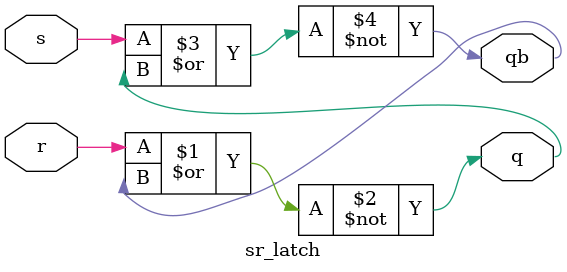
<source format=v>
module sr_latch(s,r,q,qb);
	input s,r;
	output q,qb;

	nor l1(q,r,qb);
	nor l2(qb,s,q);

	endmodule

</source>
